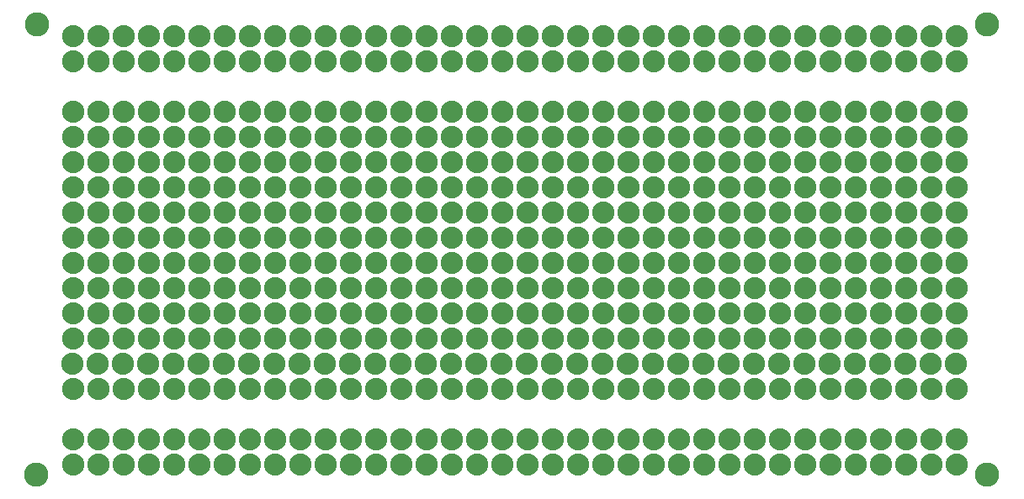
<source format=gbs>
G04 MADE WITH FRITZING*
G04 WWW.FRITZING.ORG*
G04 DOUBLE SIDED*
G04 HOLES PLATED*
G04 CONTOUR ON CENTER OF CONTOUR VECTOR*
%ASAXBY*%
%FSLAX23Y23*%
%MOIN*%
%OFA0B0*%
%SFA1.0B1.0*%
%ADD10C,0.096614*%
%ADD11C,0.088000*%
%LNMASK0*%
G90*
G70*
G54D10*
X86Y96D03*
X3852Y95D03*
X87Y1883D03*
X3852Y1884D03*
G54D11*
X3731Y1735D03*
X3631Y1735D03*
X3531Y1735D03*
X3431Y1735D03*
X3331Y1735D03*
X3231Y1735D03*
X3131Y1735D03*
X3031Y1735D03*
X2931Y1735D03*
X2831Y1735D03*
X2731Y1735D03*
X2631Y1735D03*
X2531Y1735D03*
X2431Y1735D03*
X2331Y1735D03*
X2231Y1735D03*
X2131Y1735D03*
X2031Y1735D03*
X1931Y1735D03*
X1831Y1735D03*
X1731Y1735D03*
X1631Y1735D03*
X1531Y1735D03*
X1431Y1735D03*
X1331Y1735D03*
X1231Y1735D03*
X1131Y1735D03*
X1031Y1735D03*
X931Y1735D03*
X831Y1735D03*
X731Y1735D03*
X631Y1735D03*
X531Y1735D03*
X431Y1735D03*
X331Y1735D03*
X231Y1735D03*
X3730Y1835D03*
X3630Y1835D03*
X3530Y1835D03*
X3430Y1835D03*
X3330Y1835D03*
X3230Y1835D03*
X3130Y1835D03*
X3030Y1835D03*
X2930Y1835D03*
X2830Y1835D03*
X2730Y1835D03*
X2630Y1835D03*
X2530Y1835D03*
X2430Y1835D03*
X2330Y1835D03*
X2230Y1835D03*
X2130Y1835D03*
X2030Y1835D03*
X1930Y1835D03*
X1830Y1835D03*
X1730Y1835D03*
X1630Y1835D03*
X1530Y1835D03*
X1430Y1835D03*
X1330Y1835D03*
X1230Y1835D03*
X1130Y1835D03*
X1030Y1835D03*
X930Y1835D03*
X830Y1835D03*
X730Y1835D03*
X630Y1835D03*
X530Y1835D03*
X430Y1835D03*
X330Y1835D03*
X230Y1835D03*
X3730Y1435D03*
X3630Y1435D03*
X3530Y1435D03*
X3430Y1435D03*
X3330Y1435D03*
X3230Y1435D03*
X3130Y1435D03*
X3030Y1435D03*
X2930Y1435D03*
X2830Y1435D03*
X2730Y1435D03*
X2630Y1435D03*
X2530Y1435D03*
X2430Y1435D03*
X2330Y1435D03*
X2230Y1435D03*
X2130Y1435D03*
X2030Y1435D03*
X1930Y1435D03*
X1830Y1435D03*
X1730Y1435D03*
X1630Y1435D03*
X1530Y1435D03*
X1430Y1435D03*
X1330Y1435D03*
X1230Y1435D03*
X1130Y1435D03*
X1030Y1435D03*
X930Y1435D03*
X830Y1435D03*
X730Y1435D03*
X630Y1435D03*
X530Y1435D03*
X430Y1435D03*
X330Y1435D03*
X230Y1435D03*
X3730Y1235D03*
X3630Y1235D03*
X3530Y1235D03*
X3430Y1235D03*
X3330Y1235D03*
X3230Y1235D03*
X3130Y1235D03*
X3030Y1235D03*
X2930Y1235D03*
X2830Y1235D03*
X2730Y1235D03*
X2630Y1235D03*
X2530Y1235D03*
X2430Y1235D03*
X2330Y1235D03*
X2230Y1235D03*
X2130Y1235D03*
X2030Y1235D03*
X1930Y1235D03*
X1830Y1235D03*
X1730Y1235D03*
X1630Y1235D03*
X1530Y1235D03*
X1430Y1235D03*
X1330Y1235D03*
X1230Y1235D03*
X1130Y1235D03*
X1030Y1235D03*
X930Y1235D03*
X830Y1235D03*
X730Y1235D03*
X630Y1235D03*
X530Y1235D03*
X430Y1235D03*
X330Y1235D03*
X230Y1235D03*
X3730Y1535D03*
X3630Y1535D03*
X3530Y1535D03*
X3430Y1535D03*
X3330Y1535D03*
X3230Y1535D03*
X3130Y1535D03*
X3030Y1535D03*
X2930Y1535D03*
X2830Y1535D03*
X2730Y1535D03*
X2630Y1535D03*
X2530Y1535D03*
X2430Y1535D03*
X2330Y1535D03*
X2230Y1535D03*
X2130Y1535D03*
X2030Y1535D03*
X1930Y1535D03*
X1830Y1535D03*
X1730Y1535D03*
X1630Y1535D03*
X1530Y1535D03*
X1430Y1535D03*
X1330Y1535D03*
X1230Y1535D03*
X1130Y1535D03*
X1030Y1535D03*
X930Y1535D03*
X830Y1535D03*
X730Y1535D03*
X630Y1535D03*
X530Y1535D03*
X430Y1535D03*
X330Y1535D03*
X230Y1535D03*
X3731Y1335D03*
X3631Y1335D03*
X3531Y1335D03*
X3431Y1335D03*
X3331Y1335D03*
X3231Y1335D03*
X3131Y1335D03*
X3031Y1335D03*
X2931Y1335D03*
X2831Y1335D03*
X2731Y1335D03*
X2631Y1335D03*
X2531Y1335D03*
X2431Y1335D03*
X2331Y1335D03*
X2231Y1335D03*
X2131Y1335D03*
X2031Y1335D03*
X1931Y1335D03*
X1831Y1335D03*
X1731Y1335D03*
X1631Y1335D03*
X1531Y1335D03*
X1431Y1335D03*
X1331Y1335D03*
X1231Y1335D03*
X1131Y1335D03*
X1031Y1335D03*
X931Y1335D03*
X831Y1335D03*
X731Y1335D03*
X631Y1335D03*
X531Y1335D03*
X431Y1335D03*
X331Y1335D03*
X231Y1335D03*
X3730Y1135D03*
X3630Y1135D03*
X3530Y1135D03*
X3430Y1135D03*
X3330Y1135D03*
X3230Y1135D03*
X3130Y1135D03*
X3030Y1135D03*
X2930Y1135D03*
X2830Y1135D03*
X2730Y1135D03*
X2630Y1135D03*
X2530Y1135D03*
X2430Y1135D03*
X2330Y1135D03*
X2230Y1135D03*
X2130Y1135D03*
X2030Y1135D03*
X1930Y1135D03*
X1830Y1135D03*
X1730Y1135D03*
X1630Y1135D03*
X1530Y1135D03*
X1430Y1135D03*
X1330Y1135D03*
X1230Y1135D03*
X1130Y1135D03*
X1030Y1135D03*
X930Y1135D03*
X830Y1135D03*
X730Y1135D03*
X630Y1135D03*
X530Y1135D03*
X430Y1135D03*
X330Y1135D03*
X230Y1135D03*
X3730Y935D03*
X3630Y935D03*
X3530Y935D03*
X3430Y935D03*
X3330Y935D03*
X3230Y935D03*
X3130Y935D03*
X3030Y935D03*
X2930Y935D03*
X2830Y935D03*
X2730Y935D03*
X2630Y935D03*
X2530Y935D03*
X2430Y935D03*
X2330Y935D03*
X2230Y935D03*
X2130Y935D03*
X2030Y935D03*
X1930Y935D03*
X1830Y935D03*
X1730Y935D03*
X1630Y935D03*
X1530Y935D03*
X1430Y935D03*
X1330Y935D03*
X1230Y935D03*
X1130Y935D03*
X1030Y935D03*
X930Y935D03*
X830Y935D03*
X730Y935D03*
X630Y935D03*
X530Y935D03*
X430Y935D03*
X330Y935D03*
X230Y935D03*
X3730Y1035D03*
X3630Y1035D03*
X3530Y1035D03*
X3430Y1035D03*
X3330Y1035D03*
X3230Y1035D03*
X3130Y1035D03*
X3030Y1035D03*
X2930Y1035D03*
X2830Y1035D03*
X2730Y1035D03*
X2630Y1035D03*
X2530Y1035D03*
X2430Y1035D03*
X2330Y1035D03*
X2230Y1035D03*
X2130Y1035D03*
X2030Y1035D03*
X1930Y1035D03*
X1830Y1035D03*
X1730Y1035D03*
X1630Y1035D03*
X1530Y1035D03*
X1430Y1035D03*
X1330Y1035D03*
X1230Y1035D03*
X1130Y1035D03*
X1030Y1035D03*
X930Y1035D03*
X830Y1035D03*
X730Y1035D03*
X630Y1035D03*
X530Y1035D03*
X430Y1035D03*
X330Y1035D03*
X230Y1035D03*
X3731Y136D03*
X3631Y136D03*
X3531Y136D03*
X3431Y136D03*
X3331Y136D03*
X3231Y136D03*
X3131Y136D03*
X3031Y136D03*
X2931Y136D03*
X2831Y136D03*
X2731Y136D03*
X2631Y136D03*
X2531Y136D03*
X2431Y136D03*
X2331Y136D03*
X2231Y136D03*
X2131Y136D03*
X2031Y136D03*
X1931Y136D03*
X1831Y136D03*
X1731Y136D03*
X1631Y136D03*
X1531Y136D03*
X1431Y136D03*
X1331Y136D03*
X1231Y136D03*
X1131Y136D03*
X1031Y136D03*
X931Y136D03*
X831Y136D03*
X731Y136D03*
X631Y136D03*
X531Y136D03*
X431Y136D03*
X331Y136D03*
X231Y136D03*
X3730Y236D03*
X3630Y236D03*
X3530Y236D03*
X3430Y236D03*
X3330Y236D03*
X3230Y236D03*
X3130Y236D03*
X3030Y236D03*
X2930Y236D03*
X2830Y236D03*
X2730Y236D03*
X2630Y236D03*
X2530Y236D03*
X2430Y236D03*
X2330Y236D03*
X2230Y236D03*
X2130Y236D03*
X2030Y236D03*
X1930Y236D03*
X1830Y236D03*
X1730Y236D03*
X1630Y236D03*
X1530Y236D03*
X1430Y236D03*
X1330Y236D03*
X1230Y236D03*
X1130Y236D03*
X1030Y236D03*
X930Y236D03*
X830Y236D03*
X730Y236D03*
X630Y236D03*
X530Y236D03*
X430Y236D03*
X330Y236D03*
X230Y236D03*
X3730Y635D03*
X3630Y635D03*
X3530Y635D03*
X3430Y635D03*
X3330Y635D03*
X3230Y635D03*
X3130Y635D03*
X3030Y635D03*
X2930Y635D03*
X2830Y635D03*
X2730Y635D03*
X2630Y635D03*
X2530Y635D03*
X2430Y635D03*
X2330Y635D03*
X2230Y635D03*
X2130Y635D03*
X2030Y635D03*
X1930Y635D03*
X1830Y635D03*
X1730Y635D03*
X1630Y635D03*
X1530Y635D03*
X1430Y635D03*
X1330Y635D03*
X1230Y635D03*
X1130Y635D03*
X1030Y635D03*
X930Y635D03*
X830Y635D03*
X730Y635D03*
X630Y635D03*
X530Y635D03*
X430Y635D03*
X330Y635D03*
X230Y635D03*
X3730Y435D03*
X3630Y435D03*
X3530Y435D03*
X3430Y435D03*
X3330Y435D03*
X3230Y435D03*
X3130Y435D03*
X3030Y435D03*
X2930Y435D03*
X2830Y435D03*
X2730Y435D03*
X2630Y435D03*
X2530Y435D03*
X2430Y435D03*
X2330Y435D03*
X2230Y435D03*
X2130Y435D03*
X2030Y435D03*
X1930Y435D03*
X1830Y435D03*
X1730Y435D03*
X1630Y435D03*
X1530Y435D03*
X1430Y435D03*
X1330Y435D03*
X1230Y435D03*
X1130Y435D03*
X1030Y435D03*
X930Y435D03*
X830Y435D03*
X730Y435D03*
X630Y435D03*
X530Y435D03*
X430Y435D03*
X330Y435D03*
X230Y435D03*
X3730Y735D03*
X3630Y735D03*
X3530Y735D03*
X3430Y735D03*
X3330Y735D03*
X3230Y735D03*
X3130Y735D03*
X3030Y735D03*
X2930Y735D03*
X2830Y735D03*
X2730Y735D03*
X2630Y735D03*
X2530Y735D03*
X2430Y735D03*
X2330Y735D03*
X2230Y735D03*
X2130Y735D03*
X2030Y735D03*
X1930Y735D03*
X1830Y735D03*
X1730Y735D03*
X1630Y735D03*
X1530Y735D03*
X1430Y735D03*
X1330Y735D03*
X1230Y735D03*
X1130Y735D03*
X1030Y735D03*
X930Y735D03*
X830Y735D03*
X730Y735D03*
X630Y735D03*
X530Y735D03*
X430Y735D03*
X330Y735D03*
X230Y735D03*
X3730Y835D03*
X3630Y835D03*
X3530Y835D03*
X3430Y835D03*
X3330Y835D03*
X3230Y835D03*
X3130Y835D03*
X3030Y835D03*
X2930Y835D03*
X2830Y835D03*
X2730Y835D03*
X2630Y835D03*
X2530Y835D03*
X2430Y835D03*
X2330Y835D03*
X2230Y835D03*
X2130Y835D03*
X2030Y835D03*
X1930Y835D03*
X1830Y835D03*
X1730Y835D03*
X1630Y835D03*
X1530Y835D03*
X1430Y835D03*
X1330Y835D03*
X1230Y835D03*
X1130Y835D03*
X1030Y835D03*
X930Y835D03*
X830Y835D03*
X730Y835D03*
X630Y835D03*
X530Y835D03*
X430Y835D03*
X330Y835D03*
X230Y835D03*
X3729Y535D03*
X3629Y535D03*
X3529Y535D03*
X3429Y535D03*
X3329Y535D03*
X3229Y535D03*
X3129Y535D03*
X3029Y535D03*
X2929Y535D03*
X2829Y535D03*
X2729Y535D03*
X2629Y535D03*
X2529Y535D03*
X2429Y535D03*
X2329Y535D03*
X2229Y535D03*
X2129Y535D03*
X2029Y535D03*
X1929Y535D03*
X1829Y535D03*
X1729Y535D03*
X1629Y535D03*
X1529Y535D03*
X1429Y535D03*
X1329Y535D03*
X1229Y535D03*
X1129Y535D03*
X1029Y535D03*
X929Y535D03*
X829Y535D03*
X729Y535D03*
X629Y535D03*
X529Y535D03*
X429Y535D03*
X329Y535D03*
X229Y535D03*
G04 End of Mask0*
M02*
</source>
